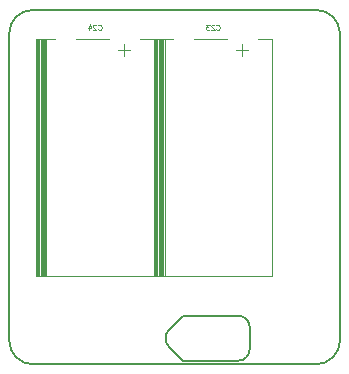
<source format=gbo>
G04 #@! TF.GenerationSoftware,KiCad,Pcbnew,5.1.4+dfsg1-1*
G04 #@! TF.CreationDate,2020-04-12T23:52:35+02:00*
G04 #@! TF.ProjectId,OtterIron_Devkit,4f747465-7249-4726-9f6e-5f4465766b69,rev?*
G04 #@! TF.SameCoordinates,Original*
G04 #@! TF.FileFunction,Legend,Bot*
G04 #@! TF.FilePolarity,Positive*
%FSLAX46Y46*%
G04 Gerber Fmt 4.6, Leading zero omitted, Abs format (unit mm)*
G04 Created by KiCad (PCBNEW 5.1.4+dfsg1-1) date 2020-04-12 23:52:35*
%MOMM*%
%LPD*%
G04 APERTURE LIST*
%ADD10C,0.150000*%
%ADD11C,0.120000*%
%ADD12C,0.127000*%
%ADD13C,0.100000*%
G04 APERTURE END LIST*
D10*
X88000000Y-120000001D02*
G75*
G02X85999999Y-118000000I0J2000001D01*
G01*
X114000001Y-118000000D02*
G75*
G02X112000000Y-120000001I-2000001J0D01*
G01*
X112000000Y-89999999D02*
G75*
G02X114000001Y-92000000I0J-2000001D01*
G01*
X86000000Y-92000000D02*
G75*
G02X88000000Y-90000000I2000000J0D01*
G01*
X86000000Y-92000000D02*
X85999999Y-118000000D01*
X112000000Y-90000000D02*
X88000000Y-90000000D01*
X114000000Y-118000000D02*
X114000000Y-92000000D01*
X88000000Y-120000001D02*
X112000000Y-120000001D01*
D11*
X91650000Y-92500000D02*
X94450000Y-92500000D01*
X89150000Y-92500000D02*
X89150000Y-112500000D01*
X89050000Y-92500000D02*
X89050000Y-112500000D01*
X88950000Y-92500000D02*
X88950000Y-112500000D01*
X88850000Y-92500000D02*
X88850000Y-112500000D01*
X88750000Y-92500000D02*
X88750000Y-112500000D01*
X88650000Y-92500000D02*
X88650000Y-112500000D01*
X88550000Y-92500000D02*
X88550000Y-112500000D01*
X88350000Y-92500000D02*
X88350000Y-112500000D01*
X88450000Y-92500000D02*
X88450000Y-112500000D01*
X88250000Y-112500000D02*
X88250000Y-92500000D01*
X98250000Y-112500000D02*
X88250000Y-112500000D01*
X98250000Y-92500000D02*
X98250000Y-112500000D01*
X97050000Y-92500000D02*
X98250000Y-92500000D01*
X98250000Y-92500000D02*
X97050000Y-92500000D01*
X88250000Y-92500000D02*
X89850000Y-92500000D01*
X95729646Y-92925000D02*
X95729646Y-93925000D01*
X96229646Y-93425000D02*
X95229646Y-93425000D01*
X101650000Y-92500000D02*
X104450000Y-92500000D01*
X99150000Y-92500000D02*
X99150000Y-112500000D01*
X99050000Y-92500000D02*
X99050000Y-112500000D01*
X98950000Y-92500000D02*
X98950000Y-112500000D01*
X98850000Y-92500000D02*
X98850000Y-112500000D01*
X98750000Y-92500000D02*
X98750000Y-112500000D01*
X98650000Y-92500000D02*
X98650000Y-112500000D01*
X98550000Y-92500000D02*
X98550000Y-112500000D01*
X98350000Y-92500000D02*
X98350000Y-112500000D01*
X98450000Y-92500000D02*
X98450000Y-112500000D01*
X98250000Y-112500000D02*
X98250000Y-92500000D01*
X108250000Y-112500000D02*
X98250000Y-112500000D01*
X108250000Y-92500000D02*
X108250000Y-112500000D01*
X107050000Y-92500000D02*
X108250000Y-92500000D01*
X108250000Y-92500000D02*
X107050000Y-92500000D01*
X98250000Y-92500000D02*
X99850000Y-92500000D01*
X105729646Y-92925000D02*
X105729646Y-93925000D01*
X106229646Y-93425000D02*
X105229646Y-93425000D01*
D12*
X106356000Y-118752500D02*
G75*
G02X105403500Y-119705000I-952500J0D01*
G01*
X105403500Y-115895000D02*
G75*
G02X106356000Y-116847500I0J-952500D01*
G01*
X106356000Y-118752500D02*
X106356000Y-116847500D01*
X99536100Y-118523900D02*
G75*
G02X99536100Y-117076100I723900J723900D01*
G01*
X99536100Y-118523900D02*
X100717200Y-119705000D01*
X99536100Y-117076100D02*
X100717200Y-115895000D01*
X105403500Y-119705000D02*
X100717200Y-119705000D01*
X105403500Y-115895000D02*
X100717200Y-115895000D01*
D13*
X93539285Y-91660714D02*
X93560714Y-91682142D01*
X93625000Y-91703571D01*
X93667857Y-91703571D01*
X93732142Y-91682142D01*
X93775000Y-91639285D01*
X93796428Y-91596428D01*
X93817857Y-91510714D01*
X93817857Y-91446428D01*
X93796428Y-91360714D01*
X93775000Y-91317857D01*
X93732142Y-91275000D01*
X93667857Y-91253571D01*
X93625000Y-91253571D01*
X93560714Y-91275000D01*
X93539285Y-91296428D01*
X93367857Y-91296428D02*
X93346428Y-91275000D01*
X93303571Y-91253571D01*
X93196428Y-91253571D01*
X93153571Y-91275000D01*
X93132142Y-91296428D01*
X93110714Y-91339285D01*
X93110714Y-91382142D01*
X93132142Y-91446428D01*
X93389285Y-91703571D01*
X93110714Y-91703571D01*
X92725000Y-91403571D02*
X92725000Y-91703571D01*
X92832142Y-91232142D02*
X92939285Y-91553571D01*
X92660714Y-91553571D01*
X103539285Y-91660714D02*
X103560714Y-91682142D01*
X103625000Y-91703571D01*
X103667857Y-91703571D01*
X103732142Y-91682142D01*
X103775000Y-91639285D01*
X103796428Y-91596428D01*
X103817857Y-91510714D01*
X103817857Y-91446428D01*
X103796428Y-91360714D01*
X103775000Y-91317857D01*
X103732142Y-91275000D01*
X103667857Y-91253571D01*
X103625000Y-91253571D01*
X103560714Y-91275000D01*
X103539285Y-91296428D01*
X103367857Y-91296428D02*
X103346428Y-91275000D01*
X103303571Y-91253571D01*
X103196428Y-91253571D01*
X103153571Y-91275000D01*
X103132142Y-91296428D01*
X103110714Y-91339285D01*
X103110714Y-91382142D01*
X103132142Y-91446428D01*
X103389285Y-91703571D01*
X103110714Y-91703571D01*
X102960714Y-91253571D02*
X102682142Y-91253571D01*
X102832142Y-91425000D01*
X102767857Y-91425000D01*
X102725000Y-91446428D01*
X102703571Y-91467857D01*
X102682142Y-91510714D01*
X102682142Y-91617857D01*
X102703571Y-91660714D01*
X102725000Y-91682142D01*
X102767857Y-91703571D01*
X102896428Y-91703571D01*
X102939285Y-91682142D01*
X102960714Y-91660714D01*
M02*

</source>
